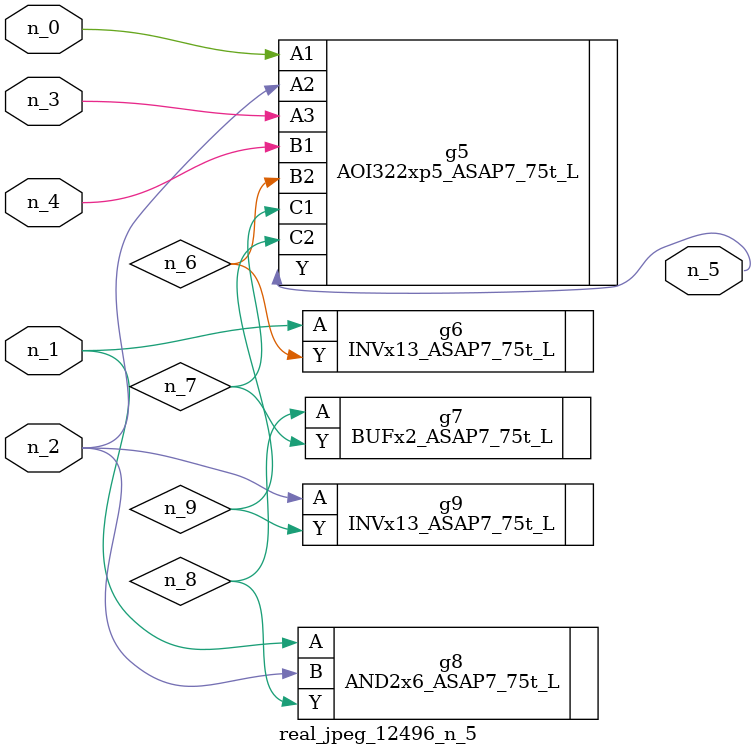
<source format=v>
module real_jpeg_12496_n_5 (n_4, n_0, n_1, n_2, n_3, n_5);

input n_4;
input n_0;
input n_1;
input n_2;
input n_3;

output n_5;

wire n_8;
wire n_6;
wire n_7;
wire n_9;

AOI322xp5_ASAP7_75t_L g5 ( 
.A1(n_0),
.A2(n_2),
.A3(n_3),
.B1(n_4),
.B2(n_6),
.C1(n_7),
.C2(n_9),
.Y(n_5)
);

INVx13_ASAP7_75t_L g6 ( 
.A(n_1),
.Y(n_6)
);

AND2x6_ASAP7_75t_L g8 ( 
.A(n_1),
.B(n_2),
.Y(n_8)
);

INVx13_ASAP7_75t_L g9 ( 
.A(n_2),
.Y(n_9)
);

BUFx2_ASAP7_75t_L g7 ( 
.A(n_8),
.Y(n_7)
);


endmodule
</source>
